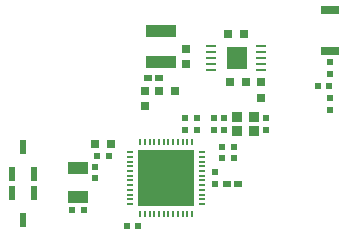
<source format=gtp>
%FSTAX23Y23*%
%MOIN*%
%SFA1B1*%

%IPPOS*%
%ADD17R,0.023622X0.019685*%
%ADD18R,0.019685X0.023622*%
%ADD19R,0.025591X0.019685*%
%ADD20R,0.102362X0.043307*%
%ADD21R,0.062992X0.031496*%
%ADD22R,0.023622X0.045275*%
%ADD23R,0.031496X0.029527*%
%ADD24R,0.029527X0.031496*%
%ADD25R,0.035039X0.008661*%
%ADD26R,0.066142X0.074016*%
%ADD27R,0.070866X0.039370*%
%ADD28O,0.025591X0.007874*%
%ADD29O,0.007874X0.025591*%
%ADD30R,0.185039X0.185039*%
%ADD31R,0.037401X0.033465*%
%LNfinal_1_board-1*%
%LPD*%
G54D17*
X-00274Y-00105D03*
X-00313D03*
X00544Y00307D03*
X00505D03*
X00188Y00068D03*
X00227D03*
Y00103D03*
X00188D03*
X-00229Y00074D03*
X-0019D03*
X-00092Y-00161D03*
X-00131D03*
G54D18*
X00164Y00019D03*
Y-00019D03*
X00547Y00348D03*
Y00387D03*
Y00228D03*
Y00268D03*
X00159Y002D03*
Y00161D03*
X00194Y002D03*
Y00161D03*
X00103Y002D03*
Y00161D03*
X00064D03*
Y002D03*
X00333D03*
Y00161D03*
X-00238Y00037D03*
Y-00001D03*
G54D19*
X00239Y-0002D03*
X00202D03*
X-0006Y00335D03*
X-00023D03*
G54D20*
X-00018Y00386D03*
Y00492D03*
G54D21*
X00546Y00425D03*
Y00559D03*
G54D22*
X-00439Y-00049D03*
X-00514D03*
X-00477Y-00138D03*
X-00514Y00015D03*
X-00439D03*
X-00477Y00104D03*
G54D23*
X00066Y00379D03*
Y00432D03*
X00318Y00321D03*
Y00268D03*
X-0007Y00292D03*
Y00239D03*
G54D24*
X0026Y00481D03*
X00207D03*
X00267Y00322D03*
X00214D03*
X-00236Y00114D03*
X-00183D03*
X00029Y00292D03*
X-00023D03*
G54D25*
X00151Y0044D03*
Y0042D03*
Y00401D03*
Y00381D03*
Y00361D03*
X00317Y0044D03*
Y0042D03*
Y00401D03*
Y00381D03*
Y00361D03*
G54D26*
X00235Y00401D03*
G54D27*
X-00294Y00034D03*
Y-00064D03*
G54D28*
X-00119Y00086D03*
Y0007D03*
Y00055D03*
Y00039D03*
Y00023D03*
Y00007D03*
Y-00007D03*
Y-00023D03*
Y-00039D03*
Y-00055D03*
Y-0007D03*
Y-00086D03*
X00119D03*
Y-0007D03*
Y-00055D03*
Y-00039D03*
Y-00023D03*
Y-00007D03*
Y00007D03*
Y00023D03*
Y00039D03*
Y00055D03*
Y0007D03*
Y00086D03*
G54D29*
X-00086Y-00119D03*
X-0007D03*
X-00055D03*
X-00039D03*
X-00023D03*
X-00007D03*
X00007D03*
X00023D03*
X00039D03*
X00055D03*
X0007D03*
X00086D03*
Y00119D03*
X0007D03*
X00055D03*
X00039D03*
X00023D03*
X00007D03*
X-00007D03*
X-00023D03*
X-00039D03*
X-00055D03*
X-0007D03*
X-00086D03*
G54D30*
X0Y0D03*
G54D31*
X00235Y00158D03*
Y00203D03*
X00292D03*
Y00158D03*
M02*
</source>
